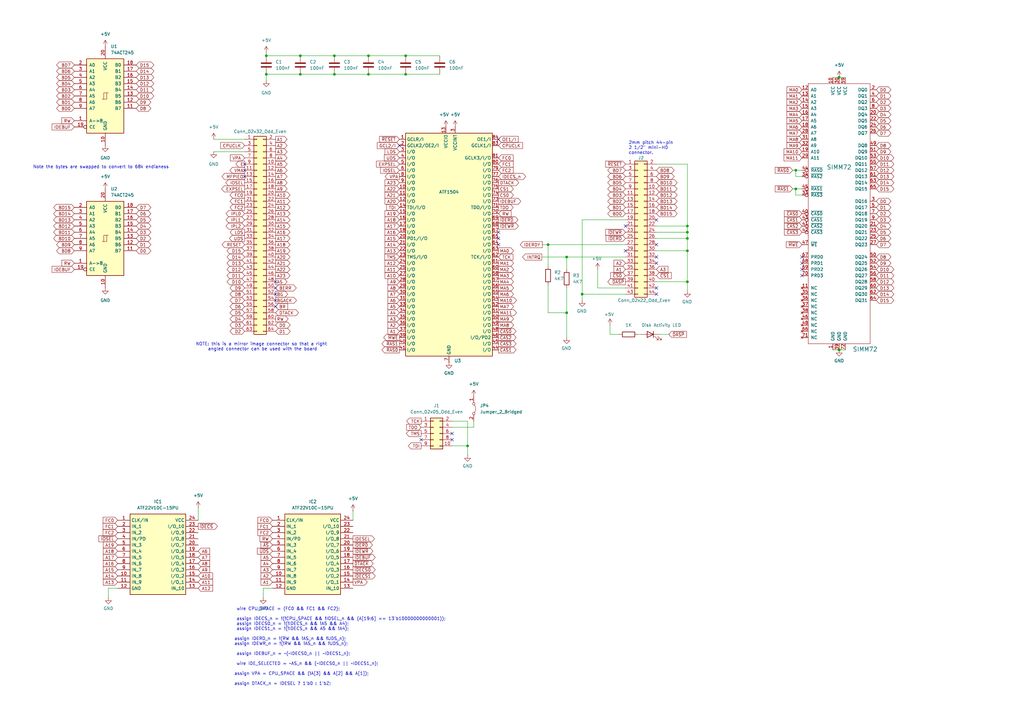
<source format=kicad_sch>
(kicad_sch (version 20231120) (generator "eeschema") (generator_version "8.0")
  (paper "A3")
  (title_block (title "ROSCO-IDE-DRAM") (date "2024-04-21") (company "Malcolm Harrow, MIT license, from work by Mark Murray"))
  (junction (at 232.41 105.41))
  (junction (at 166.37 22.86))
  (junction (at 123.19 30.48))
  (junction (at 281.94 102.87))
  (junction (at 109.22 30.48))
  (junction (at 123.19 22.86))
  (junction (at 232.41 128.27))
  (junction (at 344.17 143.51))
  (junction (at 224.79 100.33))
  (junction (at 151.13 22.86))
  (junction (at 326.39 77.47))
  (junction (at 109.22 22.86))
  (junction (at 137.16 30.48))
  (junction (at 281.94 115.57))
  (junction (at 281.94 97.79))
  (junction (at 281.94 92.71))
  (junction (at 166.37 30.48))
  (junction (at 191.77 182.88))
  (junction (at 326.39 69.85))
  (junction (at 137.16 22.86))
  (junction (at 344.17 31.75))
  (junction (at 238.76 120.65))
  (junction (at 151.13 30.48))
  (junction (at 281.94 95.25))
  (no_connect (at 163.83 59.69))
  (no_connect (at 269.24 120.65))
  (no_connect (at 269.24 105.41))
  (no_connect (at 100.33 67.31))
  (no_connect (at 204.47 97.79))
  (no_connect (at 113.03 123.19))
  (no_connect (at 328.93 107.95))
  (no_connect (at 269.24 118.11))
  (no_connect (at 256.54 92.71))
  (no_connect (at 204.47 100.33))
  (no_connect (at 113.03 115.57))
  (no_connect (at 269.24 107.95))
  (no_connect (at 172.72 180.34))
  (no_connect (at 256.54 102.87))
  (no_connect (at 113.03 118.11))
  (no_connect (at 100.33 72.39))
  (no_connect (at 204.47 95.25))
  (no_connect (at 328.93 105.41))
  (no_connect (at 100.33 69.85))
  (no_connect (at 113.03 125.73))
  (no_connect (at 185.42 180.34))
  (no_connect (at 269.24 100.33))
  (no_connect (at 269.24 90.17))
  (no_connect (at 328.93 110.49))
  (no_connect (at 185.42 177.8))
  (no_connect (at 113.03 120.65))
  (no_connect (at 328.93 113.03))
  (no_connect (at 204.47 57.15))
  (wire (pts (xy 44.45 241.3) (xy 48.26 241.3)))
  (wire (pts (xy 262.89 137.16) (xy 261.62 137.16)))
  (wire (pts (xy 341.63 31.75) (xy 344.17 31.75)))
  (wire (pts (xy 344.17 31.75) (xy 346.71 31.75)))
  (wire (pts (xy 269.24 95.25) (xy 281.94 95.25)))
  (wire (pts (xy 107.95 241.3) (xy 111.76 241.3)))
  (wire (pts (xy 326.39 80.01) (xy 328.93 80.01)))
  (wire (pts (xy 137.16 30.48) (xy 151.13 30.48)))
  (wire (pts (xy 281.94 97.79) (xy 281.94 102.87)))
  (wire (pts (xy 166.37 30.48) (xy 180.34 30.48)))
  (wire (pts (xy 281.94 92.71) (xy 281.94 67.31)))
  (wire (pts (xy 238.76 120.65) (xy 238.76 123.19)))
  (wire (pts (xy 281.94 115.57) (xy 281.94 119.38)))
  (wire (pts (xy 269.24 97.79) (xy 281.94 97.79)))
  (wire (pts (xy 328.93 77.47) (xy 326.39 77.47)))
  (wire (pts (xy 269.24 92.71) (xy 281.94 92.71)))
  (wire (pts (xy 109.22 21.59) (xy 109.22 22.86)))
  (wire (pts (xy 123.19 22.86) (xy 137.16 22.86)))
  (wire (pts (xy 256.54 120.65) (xy 238.76 120.65)))
  (wire (pts (xy 245.11 110.49) (xy 245.11 118.11)))
  (wire (pts (xy 281.94 95.25) (xy 281.94 92.71)))
  (wire (pts (xy 232.41 105.41) (xy 232.41 110.49)))
  (wire (pts (xy 269.24 102.87) (xy 281.94 102.87)))
  (wire (pts (xy 144.78 209.55) (xy 144.78 213.36)))
  (wire (pts (xy 325.12 69.85) (xy 326.39 69.85)))
  (wire (pts (xy 325.12 77.47) (xy 326.39 77.47)))
  (wire (pts (xy 326.39 77.47) (xy 326.39 80.01)))
  (wire (pts (xy 328.93 72.39) (xy 326.39 72.39)))
  (wire (pts (xy 151.13 30.48) (xy 166.37 30.48)))
  (wire (pts (xy 137.16 22.86) (xy 151.13 22.86)))
  (wire (pts (xy 269.24 115.57) (xy 281.94 115.57)))
  (wire (pts (xy 224.79 128.27) (xy 232.41 128.27)))
  (wire (pts (xy 245.11 118.11) (xy 256.54 118.11)))
  (wire (pts (xy 109.22 22.86) (xy 123.19 22.86)))
  (wire (pts (xy 194.31 175.26) (xy 185.42 175.26)))
  (wire (pts (xy 250.19 133.35) (xy 250.19 137.16)))
  (wire (pts (xy 151.13 22.86) (xy 166.37 22.86)))
  (wire (pts (xy 107.95 241.3) (xy 107.95 245.11)))
  (wire (pts (xy 344.17 143.51) (xy 346.71 143.51)))
  (wire (pts (xy 250.19 137.16) (xy 254 137.16)))
  (wire (pts (xy 232.41 128.27) (xy 232.41 138.43)))
  (wire (pts (xy 270.51 137.16) (xy 274.32 137.16)))
  (wire (pts (xy 281.94 67.31) (xy 269.24 67.31)))
  (wire (pts (xy 109.22 30.48) (xy 109.22 33.02)))
  (wire (pts (xy 281.94 115.57) (xy 281.94 102.87)))
  (wire (pts (xy 281.94 97.79) (xy 281.94 95.25)))
  (wire (pts (xy 232.41 105.41) (xy 256.54 105.41)))
  (wire (pts (xy 326.39 72.39) (xy 326.39 69.85)))
  (wire (pts (xy 232.41 118.11) (xy 232.41 128.27)))
  (wire (pts (xy 191.77 182.88) (xy 191.77 186.69)))
  (wire (pts (xy 194.31 172.72) (xy 194.31 175.26)))
  (wire (pts (xy 256.54 90.17) (xy 238.76 90.17)))
  (wire (pts (xy 100.33 62.23) (xy 87.63 62.23)))
  (wire (pts (xy 224.79 100.33) (xy 256.54 100.33)))
  (wire (pts (xy 191.77 172.72) (xy 191.77 182.88)))
  (wire (pts (xy 44.45 241.3) (xy 44.45 245.11)))
  (wire (pts (xy 100.33 57.15) (xy 87.63 57.15)))
  (wire (pts (xy 224.79 116.84) (xy 224.79 128.27)))
  (wire (pts (xy 224.79 100.33) (xy 224.79 109.22)))
  (wire (pts (xy 326.39 69.85) (xy 328.93 69.85)))
  (wire (pts (xy 238.76 90.17) (xy 238.76 120.65)))
  (wire (pts (xy 222.25 100.33) (xy 224.79 100.33)))
  (wire (pts (xy 341.63 143.51) (xy 344.17 143.51)))
  (wire (pts (xy 185.42 182.88) (xy 191.77 182.88)))
  (wire (pts (xy 222.25 105.41) (xy 232.41 105.41)))
  (wire (pts (xy 81.28 208.28) (xy 81.28 213.36)))
  (wire (pts (xy 123.19 30.48) (xy 137.16 30.48)))
  (wire (pts (xy 166.37 22.86) (xy 180.34 22.86)))
  (wire (pts (xy 109.22 30.48) (xy 123.19 30.48)))
  (wire (pts (xy 185.42 172.72) (xy 191.77 172.72)))
  (text "2mm pitch 44-pin\n2 1/2\" mini-HD\nconnector." (at 257.81 63.5 0) (effects (font (size 1.27 1.27)) (justify left bottom)))
  (text "NOTE: this is a mirror image connector so that a right \nangled connector can be used with the board" (at 107.696 142.24 0) (effects (font (size 1.27 1.27))))
  (text " 	wire CPU_SPACE = (FC0 && FC1 && FC2);\n    \n	assign IDECS_n = !(!CPU_SPACE && !IOSEL_n && (A[19:6] == 13'b10000000000001));\n	assign IDECS0_n = !(!IDECS_n && !A5 && A4);\n	assign IDECS1_n = !(!IDECS_n && A5 && !A4);\n \n    assign IDERD_n = !(RW && !AS_n && !UDS_n);\n    assign IDEWR_n = !(!RW && !AS_n && !UDS_n);\n    \n	assign IDEBUF_n = ~(~IDECS0_n || ~IDECS1_n);\n\n	wire IDE_SELECTED = ~AS_n && (~IDECS0_n || ~IDECS1_n);\n\n    assign VPA = CPU_SPACE && (!A[3] && A[2] && A[1]);\n\n    assign DTACK_n = IDESEL ? 1'b0 : 1'bZ;  " (at 92.202 265.176 0) (effects (font (size 1.27 1.27)) (justify left)))
  (text "Note the bytes are swapped to convert to 68k endianess" (at 41.402 68.58 0) (effects (font (size 1.27 1.27))))
  (global_label "GCL2{slash}I" (shape input) (at 163.83 59.69 180) (property "Intersheetrefs" "${INTERSHEET_REFS}" (effects (hide yes))))
  (global_label "D0" (shape bidirectional) (at 113.03 133.35 0) (property "Intersheetrefs" "${INTERSHEET_REFS}" (effects (hide yes))))
  (global_label "D1" (shape bidirectional) (at 359.41 39.37 0) (property "Intersheetrefs" "${INTERSHEET_REFS}" (effects (hide yes))))
  (global_label "FC2" (shape input) (at 204.47 69.85 0) (property "Intersheetrefs" "${INTERSHEET_REFS}" (effects (hide yes))))
  (global_label "A13" (shape input) (at 48.26 238.76 180) (property "Intersheetrefs" "${INTERSHEET_REFS}" (effects (hide yes))))
  (global_label "BD7" (shape bidirectional) (at 256.54 69.85 180) (property "Intersheetrefs" "${INTERSHEET_REFS}" (effects (hide yes))))
  (global_label "TCK" (shape output) (at 172.72 172.72 180) (property "Intersheetrefs" "${INTERSHEET_REFS}" (effects (hide yes))))
  (global_label "~{CS1}" (shape input) (at 269.24 113.03 0) (property "Intersheetrefs" "${INTERSHEET_REFS}" (effects (hide yes))))
  (global_label "D11" (shape bidirectional) (at 100.33 113.03 180) (property "Intersheetrefs" "${INTERSHEET_REFS}" (effects (hide yes))))
  (global_label "D14" (shape bidirectional) (at 100.33 105.41 180) (property "Intersheetrefs" "${INTERSHEET_REFS}" (effects (hide yes))))
  (global_label "A14" (shape input) (at 163.83 100.33 180) (property "Intersheetrefs" "${INTERSHEET_REFS}" (effects (hide yes))))
  (global_label "~{DASP}" (shape output) (at 256.54 115.57 180) (property "Intersheetrefs" "${INTERSHEET_REFS}" (effects (hide yes))))
  (global_label "MA5" (shape input) (at 328.93 49.53 180) (property "Intersheetrefs" "${INTERSHEET_REFS}" (effects (hide yes))))
  (global_label "BGACK" (shape output) (at 113.03 123.19 0) (property "Intersheetrefs" "${INTERSHEET_REFS}" (effects (hide yes))))
  (global_label "~{CAS2}" (shape input) (at 328.93 92.71 180) (property "Intersheetrefs" "${INTERSHEET_REFS}" (effects (hide yes))))
  (global_label "A10" (shape output) (at 113.03 80.01 0) (property "Intersheetrefs" "${INTERSHEET_REFS}" (effects (hide yes))))
  (global_label "BD3" (shape bidirectional) (at 256.54 80.01 180) (property "Intersheetrefs" "${INTERSHEET_REFS}" (effects (hide yes))))
  (global_label "FC1" (shape output) (at 100.33 82.55 180) (property "Intersheetrefs" "${INTERSHEET_REFS}" (effects (hide yes))))
  (global_label "RW" (shape input) (at 30.48 49.53 180) (property "Intersheetrefs" "${INTERSHEET_REFS}" (effects (hide yes))))
  (global_label "VPA" (shape output) (at 163.83 72.39 180) (property "Intersheetrefs" "${INTERSHEET_REFS}" (effects (hide yes))))
  (global_label "RW" (shape input) (at 30.48 107.95 180) (property "Intersheetrefs" "${INTERSHEET_REFS}" (effects (hide yes))))
  (global_label "A15" (shape input) (at 48.26 233.68 180) (property "Intersheetrefs" "${INTERSHEET_REFS}" (effects (hide yes))))
  (global_label "~{RAS1}" (shape input) (at 325.12 77.47 180) (property "Intersheetrefs" "${INTERSHEET_REFS}" (effects (hide yes))))
  (global_label "D12" (shape bidirectional) (at 359.41 115.57 0) (property "Intersheetrefs" "${INTERSHEET_REFS}" (effects (hide yes))))
  (global_label "BD5" (shape bidirectional) (at 30.48 31.75 180) (property "Intersheetrefs" "${INTERSHEET_REFS}" (effects (hide yes))))
  (global_label "TDO" (shape output) (at 204.47 85.09 0) (property "Intersheetrefs" "${INTERSHEET_REFS}" (effects (hide yes))))
  (global_label "A5" (shape output) (at 113.03 67.31 0) (property "Intersheetrefs" "${INTERSHEET_REFS}" (effects (hide yes))))
  (global_label "BD0" (shape bidirectional) (at 256.54 87.63 180) (property "Intersheetrefs" "${INTERSHEET_REFS}" (effects (hide yes))))
  (global_label "FC0" (shape input) (at 48.26 213.36 180) (property "Intersheetrefs" "${INTERSHEET_REFS}" (effects (hide yes))))
  (global_label "D3" (shape bidirectional) (at 100.33 133.35 180) (property "Intersheetrefs" "${INTERSHEET_REFS}" (effects (hide yes))))
  (global_label "A11" (shape input) (at 81.28 238.76 0) (property "Intersheetrefs" "${INTERSHEET_REFS}" (effects (hide yes))))
  (global_label "A1" (shape input) (at 163.83 135.89 180) (property "Intersheetrefs" "${INTERSHEET_REFS}" (effects (hide yes))))
  (global_label "A10" (shape input) (at 81.28 236.22 0) (property "Intersheetrefs" "${INTERSHEET_REFS}" (effects (hide yes))))
  (global_label "IOSEL" (shape output) (at 100.33 74.93 180) (property "Intersheetrefs" "${INTERSHEET_REFS}" (effects (hide yes))))
  (global_label "D3" (shape bidirectional) (at 359.41 44.45 0) (property "Intersheetrefs" "${INTERSHEET_REFS}" (effects (hide yes))))
  (global_label "BD9" (shape bidirectional) (at 30.48 100.33 180) (property "Intersheetrefs" "${INTERSHEET_REFS}" (effects (hide yes))))
  (global_label "A3" (shape input) (at 269.24 110.49 0) (property "Intersheetrefs" "${INTERSHEET_REFS}" (effects (hide yes))))
  (global_label "A8" (shape output) (at 113.03 74.93 0) (property "Intersheetrefs" "${INTERSHEET_REFS}" (effects (hide yes))))
  (global_label "IDEBUF" (shape input) (at 30.48 52.07 180) (property "Intersheetrefs" "${INTERSHEET_REFS}" (effects (hide yes))))
  (global_label "IPL0" (shape tri_state) (at 100.33 87.63 180) (property "Intersheetrefs" "${INTERSHEET_REFS}" (effects (hide yes))))
  (global_label "FC1" (shape input) (at 48.26 215.9 180) (property "Intersheetrefs" "${INTERSHEET_REFS}" (effects (hide yes))))
  (global_label "D0" (shape bidirectional) (at 55.88 102.87 0) (property "Intersheetrefs" "${INTERSHEET_REFS}" (effects (hide yes))))
  (global_label "CPUCLK" (shape input) (at 204.47 59.69 0) (property "Intersheetrefs" "${INTERSHEET_REFS}" (effects (hide yes))))
  (global_label "~{CAS3}" (shape input) (at 328.93 95.25 180) (property "Intersheetrefs" "${INTERSHEET_REFS}" (effects (hide yes))))
  (global_label "D12" (shape bidirectional) (at 55.88 34.29 0) (property "Intersheetrefs" "${INTERSHEET_REFS}" (effects (hide yes))))
  (global_label "A9" (shape output) (at 113.03 77.47 0) (property "Intersheetrefs" "${INTERSHEET_REFS}" (effects (hide yes))))
  (global_label "FC1" (shape input) (at 111.76 215.9 180) (property "Intersheetrefs" "${INTERSHEET_REFS}" (effects (hide yes))))
  (global_label "~{MWE}" (shape output) (at 163.83 138.43 180) (property "Intersheetrefs" "${INTERSHEET_REFS}" (effects (hide yes))))
  (global_label "A19" (shape input) (at 48.26 223.52 180) (property "Intersheetrefs" "${INTERSHEET_REFS}" (effects (hide yes))))
  (global_label "D9" (shape bidirectional) (at 55.88 41.91 0) (property "Intersheetrefs" "${INTERSHEET_REFS}" (effects (hide yes))))
  (global_label "A16" (shape output) (at 113.03 95.25 0) (property "Intersheetrefs" "${INTERSHEET_REFS}" (effects (hide yes))))
  (global_label "~{CAS3}" (shape output) (at 204.47 140.97 0) (property "Intersheetrefs" "${INTERSHEET_REFS}" (effects (hide yes))))
  (global_label "A17" (shape input) (at 163.83 92.71 180) (property "Intersheetrefs" "${INTERSHEET_REFS}" (effects (hide yes))))
  (global_label "BR" (shape input) (at 113.03 125.73 0) (property "Intersheetrefs" "${INTERSHEET_REFS}" (effects (hide yes))))
  (global_label "VPA" (shape output) (at 144.78 238.76 0) (property "Intersheetrefs" "${INTERSHEET_REFS}" (effects (hide yes))))
  (global_label "MA4" (shape input) (at 328.93 46.99 180) (property "Intersheetrefs" "${INTERSHEET_REFS}" (effects (hide yes))))
  (global_label "D6" (shape bidirectional) (at 100.33 125.73 180) (property "Intersheetrefs" "${INTERSHEET_REFS}" (effects (hide yes))))
  (global_label "VPA" (shape input) (at 100.33 64.77 180) (property "Intersheetrefs" "${INTERSHEET_REFS}" (effects (hide yes))))
  (global_label "~{IOSEL}" (shape input) (at 48.26 220.98 180) (property "Intersheetrefs" "${INTERSHEET_REFS}" (effects (hide yes))))
  (global_label "MA0" (shape output) (at 204.47 102.87 0) (property "Intersheetrefs" "${INTERSHEET_REFS}" (effects (hide yes))))
  (global_label "FC1" (shape input) (at 204.47 67.31 0) (property "Intersheetrefs" "${INTERSHEET_REFS}" (effects (hide yes))))
  (global_label "A1" (shape input) (at 256.54 110.49 180) (property "Intersheetrefs" "${INTERSHEET_REFS}" (effects (hide yes))))
  (global_label "D7" (shape bidirectional) (at 359.41 54.61 0) (property "Intersheetrefs" "${INTERSHEET_REFS}" (effects (hide yes))))
  (global_label "D12" (shape bidirectional) (at 359.41 69.85 0) (property "Intersheetrefs" "${INTERSHEET_REFS}" (effects (hide yes))))
  (global_label "D2" (shape bidirectional) (at 55.88 97.79 0) (property "Intersheetrefs" "${INTERSHEET_REFS}" (effects (hide yes))))
  (global_label "BD10" (shape bidirectional) (at 269.24 74.93 0) (property "Intersheetrefs" "${INTERSHEET_REFS}" (effects (hide yes))))
  (global_label "D11" (shape bidirectional) (at 359.41 67.31 0) (property "Intersheetrefs" "${INTERSHEET_REFS}" (effects (hide yes))))
  (global_label "D15" (shape bidirectional) (at 100.33 102.87 180) (property "Intersheetrefs" "${INTERSHEET_REFS}" (effects (hide yes))))
  (global_label "D14" (shape bidirectional) (at 359.41 120.65 0) (property "Intersheetrefs" "${INTERSHEET_REFS}" (effects (hide yes))))
  (global_label "BD3" (shape bidirectional) (at 30.48 36.83 180) (property "Intersheetrefs" "${INTERSHEET_REFS}" (effects (hide yes))))
  (global_label "~{RESET}" (shape input) (at 256.54 67.31 180) (property "Intersheetrefs" "${INTERSHEET_REFS}" (effects (hide yes))))
  (global_label "~{CS0}" (shape input) (at 256.54 113.03 180) (property "Intersheetrefs" "${INTERSHEET_REFS}" (effects (hide yes))))
  (global_label "A11" (shape input) (at 163.83 110.49 180) (property "Intersheetrefs" "${INTERSHEET_REFS}" (effects (hide yes))))
  (global_label "MA1" (shape output) (at 204.47 107.95 0) (property "Intersheetrefs" "${INTERSHEET_REFS}" (effects (hide yes))))
  (global_label "RESET" (shape bidirectional) (at 100.33 100.33 180) (property "Intersheetrefs" "${INTERSHEET_REFS}" (effects (hide yes))))
  (global_label "~{DASP}" (shape input) (at 274.32 137.16 0) (property "Intersheetrefs" "${INTERSHEET_REFS}" (effects (hide yes))))
  (global_label "LDS" (shape input) (at 163.83 62.23 180) (property "Intersheetrefs" "${INTERSHEET_REFS}" (effects (hide yes))))
  (global_label "IDEBUF" (shape input) (at 30.48 110.49 180) (property "Intersheetrefs" "${INTERSHEET_REFS}" (effects (hide yes))))
  (global_label "A20" (shape output) (at 113.03 105.41 0) (property "Intersheetrefs" "${INTERSHEET_REFS}" (effects (hide yes))))
  (global_label "D15" (shape bidirectional) (at 55.88 26.67 0) (property "Intersheetrefs" "${INTERSHEET_REFS}" (effects (hide yes))))
  (global_label "~{AS}" (shape input) (at 111.76 223.52 180) (property "Intersheetrefs" "${INTERSHEET_REFS}" (effects (hide yes))))
  (global_label "BG" (shape output) (at 113.03 120.65 0) (property "Intersheetrefs" "${INTERSHEET_REFS}" (effects (hide yes))))
  (global_label "D12" (shape bidirectional) (at 100.33 110.49 180) (property "Intersheetrefs" "${INTERSHEET_REFS}" (effects (hide yes))))
  (global_label "MA11" (shape input) (at 328.93 64.77 180) (property "Intersheetrefs" "${INTERSHEET_REFS}" (effects (hide yes))))
  (global_label "D8" (shape bidirectional) (at 359.41 59.69 0) (property "Intersheetrefs" "${INTERSHEET_REFS}" (effects (hide yes))))
  (global_label "MA6" (shape output) (at 204.47 120.65 0) (property "Intersheetrefs" "${INTERSHEET_REFS}" (effects (hide yes))))
  (global_label "D5" (shape bidirectional) (at 100.33 128.27 180) (property "Intersheetrefs" "${INTERSHEET_REFS}" (effects (hide yes))))
  (global_label "A1" (shape input) (at 111.76 238.76 180) (property "Intersheetrefs" "${INTERSHEET_REFS}" (effects (hide yes))))
  (global_label "D11" (shape bidirectional) (at 55.88 36.83 0) (property "Intersheetrefs" "${INTERSHEET_REFS}" (effects (hide yes))))
  (global_label "MA1" (shape input) (at 328.93 39.37 180) (property "Intersheetrefs" "${INTERSHEET_REFS}" (effects (hide yes))))
  (global_label "BD6" (shape bidirectional) (at 30.48 29.21 180) (property "Intersheetrefs" "${INTERSHEET_REFS}" (effects (hide yes))))
  (global_label "EXPSEL" (shape output) (at 100.33 77.47 180) (property "Intersheetrefs" "${INTERSHEET_REFS}" (effects (hide yes))))
  (global_label "CS1" (shape output) (at 204.47 77.47 0) (property "Intersheetrefs" "${INTERSHEET_REFS}" (effects (hide yes))))
  (global_label "MA7" (shape output) (at 204.47 125.73 0) (property "Intersheetrefs" "${INTERSHEET_REFS}" (effects (hide yes))))
  (global_label "BD4" (shape bidirectional) (at 30.48 34.29 180) (property "Intersheetrefs" "${INTERSHEET_REFS}" (effects (hide yes))))
  (global_label "A19" (shape output) (at 113.03 102.87 0) (property "Intersheetrefs" "${INTERSHEET_REFS}" (effects (hide yes))))
  (global_label "A5" (shape input) (at 111.76 228.6 180) (property "Intersheetrefs" "${INTERSHEET_REFS}" (effects (hide yes))))
  (global_label "A11" (shape output) (at 113.03 82.55 0) (property "Intersheetrefs" "${INTERSHEET_REFS}" (effects (hide yes))))
  (global_label "BD11" (shape bidirectional) (at 269.24 77.47 0) (property "Intersheetrefs" "${INTERSHEET_REFS}" (effects (hide yes))))
  (global_label "BD11" (shape bidirectional) (at 30.48 95.25 180) (property "Intersheetrefs" "${INTERSHEET_REFS}" (effects (hide yes))))
  (global_label "LDS" (shape output) (at 100.33 95.25 180) (property "Intersheetrefs" "${INTERSHEET_REFS}" (effects (hide yes))))
  (global_label "BD12" (shape bidirectional) (at 30.48 92.71 180) (property "Intersheetrefs" "${INTERSHEET_REFS}" (effects (hide yes))))
  (global_label "MA0" (shape input) (at 328.93 36.83 180) (property "Intersheetrefs" "${INTERSHEET_REFS}" (effects (hide yes))))
  (global_label "D1" (shape bidirectional) (at 359.41 85.09 0) (property "Intersheetrefs" "${INTERSHEET_REFS}" (effects (hide yes))))
  (global_label "A13" (shape input) (at 163.83 102.87 180) (property "Intersheetrefs" "${INTERSHEET_REFS}" (effects (hide yes))))
  (global_label "A3" (shape input) (at 111.76 233.68 180) (property "Intersheetrefs" "${INTERSHEET_REFS}" (effects (hide yes))))
  (global_label "A2" (shape input) (at 111.76 236.22 180) (property "Intersheetrefs" "${INTERSHEET_REFS}" (effects (hide yes))))
  (global_label "D7" (shape bidirectional) (at 359.41 100.33 0) (property "Intersheetrefs" "${INTERSHEET_REFS}" (effects (hide yes))))
  (global_label "A17" (shape input) (at 48.26 228.6 180) (property "Intersheetrefs" "${INTERSHEET_REFS}" (effects (hide yes))))
  (global_label "TDI" (shape input) (at 163.83 85.09 180) (property "Intersheetrefs" "${INTERSHEET_REFS}" (effects (hide yes))))
  (global_label "BD15" (shape bidirectional) (at 30.48 85.09 180) (property "Intersheetrefs" "${INTERSHEET_REFS}" (effects (hide yes))))
  (global_label "IDECS_n" (shape bidirectional) (at 204.47 72.39 0) (property "Intersheetrefs" "${INTERSHEET_REFS}" (effects (hide yes))))
  (global_label "~{UDS}" (shape input) (at 111.76 226.06 180) (property "Intersheetrefs" "${INTERSHEET_REFS}" (effects (hide yes))))
  (global_label "MA10" (shape output) (at 204.47 123.19 0) (property "Intersheetrefs" "${INTERSHEET_REFS}" (effects (hide yes))))
  (global_label "A15" (shape output) (at 113.03 92.71 0) (property "Intersheetrefs" "${INTERSHEET_REFS}" (effects (hide yes))))
  (global_label "BD1" (shape bidirectional) (at 30.48 41.91 180) (property "Intersheetrefs" "${INTERSHEET_REFS}" (effects (hide yes))))
  (global_label "OE1{slash}I" (shape input) (at 204.47 57.15 0) (property "Intersheetrefs" "${INTERSHEET_REFS}" (effects (hide yes))))
  (global_label "A3" (shape output) (at 113.03 62.23 0) (property "Intersheetrefs" "${INTERSHEET_REFS}" (effects (hide yes))))
  (global_label "UDS" (shape output) (at 100.33 97.79 180) (property "Intersheetrefs" "${INTERSHEET_REFS}" (effects (hide yes))))
  (global_label "RW" (shape input) (at 204.47 87.63 0) (property "Intersheetrefs" "${INTERSHEET_REFS}" (effects (hide yes))))
  (global_label "A14" (shape output) (at 113.03 90.17 0) (property "Intersheetrefs" "${INTERSHEET_REFS}" (effects (hide yes))))
  (global_label "MA10" (shape input) (at 328.93 62.23 180) (property "Intersheetrefs" "${INTERSHEET_REFS}" (effects (hide yes))))
  (global_label "UDS" (shape input) (at 163.83 64.77 180) (property "Intersheetrefs" "${INTERSHEET_REFS}" (effects (hide yes))))
  (global_label "~{MWE}" (shape input) (at 328.93 100.33 180) (property "Intersheetrefs" "${INTERSHEET_REFS}" (effects (hide yes))))
  (global_label "D10" (shape bidirectional) (at 359.41 110.49 0) (property "Intersheetrefs" "${INTERSHEET_REFS}" (effects (hide yes))))
  (global_label "INTRQ" (shape output) (at 222.25 105.41 180) (property "Intersheetrefs" "${INTERSHEET_REFS}" (effects (hide yes))))
  (global_label "A4" (shape input) (at 163.83 128.27 180) (property "Intersheetrefs" "${INTERSHEET_REFS}" (effects (hide yes))))
  (global_label "~{RAS0}" (shape input) (at 325.12 69.85 180) (property "Intersheetrefs" "${INTERSHEET_REFS}" (effects (hide yes))))
  (global_label "A16" (shape input) (at 48.26 231.14 180) (property "Intersheetrefs" "${INTERSHEET_REFS}" (effects (hide yes))))
  (global_label "TMS" (shape output) (at 172.72 177.8 180) (property "Intersheetrefs" "${INTERSHEET_REFS}" (effects (hide yes))))
  (global_label "A23" (shape input) (at 163.83 74.93 180) (property "Intersheetrefs" "${INTERSHEET_REFS}" (effects (hide yes))))
  (global_label "MA4" (shape output) (at 204.47 115.57 0) (property "Intersheetrefs" "${INTERSHEET_REFS}" (effects (hide yes))))
  (global_label "D0" (shape bidirectional) (at 359.41 36.83 0) (property "Intersheetrefs" "${INTERSHEET_REFS}" (effects (hide yes))))
  (global_label "MA8" (shape output) (at 204.47 133.35 0) (property "Intersheetrefs" "${INTERSHEET_REFS}" (effects (hide yes))))
  (global_label "MA3" (shape input) (at 328.93 44.45 180) (property "Intersheetrefs" "${INTERSHEET_REFS}" (effects (hide yes))))
  (global_label "~{IDERD}" (shape output) (at 144.78 223.52 0) (property "Intersheetrefs" "${INTERSHEET_REFS}" (effects (hide yes))))
  (global_label "IOSEL" (shape input) (at 163.83 69.85 180) (property "Intersheetrefs" "${INTERSHEET_REFS}" (effects (hide yes))))
  (global_label "MA11" (shape output) (at 204.47 128.27 0) (property "Intersheetrefs" "${INTERSHEET_REFS}" (effects (hide yes))))
  (global_label "BD2" (shape bidirectional) (at 30.48 39.37 180) (property "Intersheetrefs" "${INTERSHEET_REFS}" (effects (hide yes))))
  (global_label "D15" (shape bidirectional) (at 359.41 77.47 0) (property "Intersheetrefs" "${INTERSHEET_REFS}" (effects (hide yes))))
  (global_label "BD14" (shape bidirectional) (at 269.24 85.09 0) (property "Intersheetrefs" "${INTERSHEET_REFS}" (effects (hide yes))))
  (global_label "D2" (shape bidirectional) (at 359.41 87.63 0) (property "Intersheetrefs" "${INTERSHEET_REFS}" (effects (hide yes))))
  (global_label "D4" (shape bidirectional) (at 55.88 92.71 0) (property "Intersheetrefs" "${INTERSHEET_REFS}" (effects (hide yes))))
  (global_label "D1" (shape bidirectional) (at 55.88 100.33 0) (property "Intersheetrefs" "${INTERSHEET_REFS}" (effects (hide yes))))
  (global_label "~{DTACK}" (shape output) (at 144.78 231.14 0) (property "Intersheetrefs" "${INTERSHEET_REFS}" (effects (hide yes))))
  (global_label "D7" (shape bidirectional) (at 55.88 85.09 0) (property "Intersheetrefs" "${INTERSHEET_REFS}" (effects (hide yes))))
  (global_label "D3" (shape bidirectional) (at 55.88 95.25 0) (property "Intersheetrefs" "${INTERSHEET_REFS}" (effects (hide yes))))
  (global_label "A12" (shape output) (at 113.03 85.09 0) (property "Intersheetrefs" "${INTERSHEET_REFS}" (effects (hide yes))))
  (global_label "MA3" (shape output) (at 204.47 113.03 0) (property "Intersheetrefs" "${INTERSHEET_REFS}" (effects (hide yes))))
  (global_label "D8" (shape bidirectional) (at 359.41 105.41 0) (property "Intersheetrefs" "${INTERSHEET_REFS}" (effects (hide yes))))
  (global_label "~{IDERD}" (shape input) (at 256.54 97.79 180) (property "Intersheetrefs" "${INTERSHEET_REFS}" (effects (hide yes))))
  (global_label "CPUCLK" (shape input) (at 100.33 59.69 180) (property "Intersheetrefs" "${INTERSHEET_REFS}" (effects (hide yes))))
  (global_label "TDO" (shape input) (at 172.72 175.26 180) (property "Intersheetrefs" "${INTERSHEET_REFS}" (effects (hide yes))))
  (global_label "A4" (shape output) (at 113.03 64.77 0) (property "Intersheetrefs" "${INTERSHEET_REFS}" (effects (hide yes))))
  (global_label "BD10" (shape bidirectional) (at 30.48 97.79 180) (property "Intersheetrefs" "${INTERSHEET_REFS}" (effects (hide yes))))
  (global_label "D7" (shape bidirectional) (at 100.33 123.19 180) (property "Intersheetrefs" "${INTERSHEET_REFS}" (effects (hide yes))))
  (global_label "~{RESET}" (shape input) (at 163.83 57.15 180) (property "Intersheetrefs" "${INTERSHEET_REFS}" (effects (hide yes))))
  (global_label "A22" (shape output) (at 113.03 110.49 0) (property "Intersheetrefs" "${INTERSHEET_REFS}" (effects (hide yes))))
  (global_label "A17" (shape output) (at 113.03 97.79 0) (property "Intersheetrefs" "${INTERSHEET_REFS}" (effects (hide yes))))
  (global_label "MA2" (shape output) (at 204.47 110.49 0) (property "Intersheetrefs" "${INTERSHEET_REFS}" (effects (hide yes))))
  (global_label "~{CAS0}" (shape input) (at 328.93 87.63 180) (property "Intersheetrefs" "${INTERSHEET_REFS}" (effects (hide yes))))
  (global_label "~{IDEWR}" (shape output) (at 204.47 92.71 0) (property "Intersheetrefs" "${INTERSHEET_REFS}" (effects (hide yes))))
  (global_label "AS" (shape output) (at 113.03 115.57 0) (property "Intersheetrefs" "${INTERSHEET_REFS}" (effects (hide yes))))
  (global_label "FC2" (shape input) (at 111.76 218.44 180) (property "Intersheetrefs" "${INTERSHEET_REFS}" (effects (hide yes))))
  (global_label "A16" (shape input) (at 163.83 95.25 180) (property "Intersheetrefs" "${INTERSHEET_REFS}" (effects (hide yes))))
  (global_label "A12" (shape input) (at 81.28 241.3 0) (property "Intersheetrefs" "${INTERSHEET_REFS}" (effects (hide yes))))
  (global_label "A14" (shape input) (at 48.26 236.22 180) (property "Intersheetrefs" "${INTERSHEET_REFS}" (effects (hide yes))))
  (global_label "D5" (shape bidirectional) (at 55.88 90.17 0) (property "Intersheetrefs" "${INTERSHEET_REFS}" (effects (hide yes))))
  (global_label "BD15" (shape bidirectional) (at 269.24 87.63 0) (property "Intersheetrefs" "${INTERSHEET_REFS}" (effects (hide yes))))
  (global_label "A9" (shape input) (at 81.28 233.68 0) (property "Intersheetrefs" "${INTERSHEET_REFS}" (effects (hide yes))))
  (global_label "A6" (shape output) (at 113.03 69.85 0) (property "Intersheetrefs" "${INTERSHEET_REFS}" (effects (hide yes))))
  (global_label "~{IDECS0}" (shape output) (at 144.78 233.68 0) (property "Intersheetrefs" "${INTERSHEET_REFS}" (effects (hide yes))))
  (global_label "D13" (shape bidirectional) (at 359.41 72.39 0) (property "Intersheetrefs" "${INTERSHEET_REFS}" (effects (hide yes))))
  (global_label "A7" (shape input) (at 81.28 228.6 0) (property "Intersheetrefs" "${INTERSHEET_REFS}" (effects (hide yes))))
  (global_label "A5" (shape input) (at 163.83 125.73 180) (property "Intersheetrefs" "${INTERSHEET_REFS}" (effects (hide yes))))
  (global_label "BD8" (shape bidirectional) (at 269.24 69.85 0) (property "Intersheetrefs" "${INTERSHEET_REFS}" (effects (hide yes))))
  (global_label "VMA" (shape output) (at 100.33 69.85 180) (property "Intersheetrefs" "${INTERSHEET_REFS}" (effects (hide yes))))
  (global_label "D13" (shape bidirectional) (at 55.88 31.75 0) (property "Intersheetrefs" "${INTERSHEET_REFS}" (effects (hide yes))))
  (global_label "A2" (shape input) (at 256.54 107.95 180) (property "Intersheetrefs" "${INTERSHEET_REFS}" (effects (hide yes))))
  (global_label "A3" (shape input) (at 163.83 130.81 180) (property "Intersheetrefs" "${INTERSHEET_REFS}" (effects (hide yes))))
  (global_label "BD9" (shape bidirectional) (at 269.24 72.39 0) (property "Intersheetrefs" "${INTERSHEET_REFS}" (effects (hide yes))))
  (global_label "CS0" (shape output) (at 204.47 80.01 0) (property "Intersheetrefs" "${INTERSHEET_REFS}" (effects (hide yes))))
  (global_label "A15" (shape input) (at 163.83 97.79 180) (property "Intersheetrefs" "${INTERSHEET_REFS}" (effects (hide yes))))
  (global_label "~{IDERD}" (shape output) (at 204.47 90.17 0) (property "Intersheetrefs" "${INTERSHEET_REFS}" (effects (hide yes))))
  (global_label "RW" (shape output) (at 113.03 130.81 0) (property "Intersheetrefs" "${INTERSHEET_REFS}" (effects (hide yes))))
  (global_label "D3" (shape bidirectional) (at 359.41 90.17 0) (property "Intersheetrefs" "${INTERSHEET_REFS}" (effects (hide yes))))
  (global_label "MA2" (shape input) (at 328.93 41.91 180) (property "Intersheetrefs" "${INTERSHEET_REFS}" (effects (hide yes))))
  (global_label "BD4" (shape bidirectional) (at 256.54 77.47 180) (property "Intersheetrefs" "${INTERSHEET_REFS}" (effects (hide yes))))
  (global_label "E" (shape output) (at 100.33 67.31 180) (property "Intersheetrefs" "${INTERSHEET_REFS}" (effects (hide yes))))
  (global_label "~{IDECS1}" (shape output) (at 144.78 236.22 0) (property "Intersheetrefs" "${INTERSHEET_REFS}" (effects (hide yes))))
  (global_label "BD13" (shape bidirectional) (at 30.48 90.17 180) (property "Intersheetrefs" "${INTERSHEET_REFS}" (effects (hide yes))))
  (global_label "D10" (shape bidirectional) (at 100.33 115.57 180) (property "Intersheetrefs" "${INTERSHEET_REFS}" (effects (hide yes))))
  (global_label "TMS" (shape input) (at 163.83 105.41 180) (property "Intersheetrefs" "${INTERSHEET_REFS}" (effects (hide yes))))
  (global_label "TDI" (shape output) (at 172.72 182.88 180) (property "Intersheetrefs" "${INTERSHEET_REFS}" (effects (hide yes))))
  (global_label "A2" (shape input) (at 163.83 133.35 180) (property "Intersheetrefs" "${INTERSHEET_REFS}" (effects (hide yes))))
  (global_label "A2" (shape output) (at 113.03 59.69 0) (property "Intersheetrefs" "${INTERSHEET_REFS}" (effects (hide yes))))
  (global_label "A9" (shape input) (at 163.83 115.57 180) (property "Intersheetrefs" "${INTERSHEET_REFS}" (effects (hide yes))))
  (global_label "MA7" (shape input) (at 328.93 54.61 180) (property "Intersheetrefs" "${INTERSHEET_REFS}" (effects (hide yes))))
  (global_label "~{IDECS}" (shape output) (at 81.28 215.9 0) (property "Intersheetrefs" "${INTERSHEET_REFS}" (effects (hide yes))))
  (global_label "~{CAS2}" (shape output) (at 204.47 138.43 0) (property "Intersheetrefs" "${INTERSHEET_REFS}" (effects (hide yes))))
  (global_label "DTACK" (shape bidirectional) (at 113.03 128.27 0) (property "Intersheetrefs" "${INTERSHEET_REFS}" (effects (hide yes))))
  (global_label "A6" (shape input) (at 163.83 123.19 180) (property "Intersheetrefs" "${INTERSHEET_REFS}" (effects (hide yes))))
  (global_label "FC0" (shape input) (at 111.76 213.36 180) (property "Intersheetrefs" "${INTERSHEET_REFS}" (effects (hide yes))))
  (global_label "BD1" (shape bidirectional) (at 256.54 85.09 180) (property "Intersheetrefs" "${INTERSHEET_REFS}" (effects (hide yes))))
  (global_label "~{RAS1}" (shape output) (at 163.83 140.97 180) (property "Intersheetrefs" "${INTERSHEET_REFS}" (effects (hide yes))))
  (global_label "A13" (shape output) (at 113.03 87.63 0) (property "Intersheetrefs" "${INTERSHEET_REFS}" (effects (hide yes))))
  (global_label "BD12" (shape bidirectional) (at 269.24 80.01 0) (property "Intersheetrefs" "${INTERSHEET_REFS}" (effects (hide yes))))
  (global_label "D14" (shape bidirectional) (at 55.88 29.21 0) (property "Intersheetrefs" "${INTERSHEET_REFS}" (effects (hide yes))))
  (global_label "TCK" (shape input) (at 204.47 105.41 0) (property "Intersheetrefs" "${INTERSHEET_REFS}" (effects (hide yes))))
  (global_label "A22" (shape input) (at 163.83 77.47 180) (property "Intersheetrefs" "${INTERSHEET_REFS}" (effects (hide yes))))
  (global_label "A12" (shape input) (at 163.83 107.95 180) (property "Intersheetrefs" "${INTERSHEET_REFS}" (effects (hide yes))))
  (global_label "A8" (shape input) (at 163.83 118.11 180) (property "Intersheetrefs" "${INTERSHEET_REFS}" (effects (hide yes))))
  (global_label "D6" (shape bidirectional) (at 359.41 52.07 0) (property "Intersheetrefs" "${INTERSHEET_REFS}" (effects (hide yes))))
  (global_label "BD5" (shape bidirectional) (at 256.54 74.93 180) (property "Intersheetrefs" "${INTERSHEET_REFS}" (effects (hide yes))))
  (global_label "D14" (shape bidirectional) (at 359.41 74.93 0) (property "Intersheetrefs" "${INTERSHEET_REFS}" (effects (hide yes))))
  (global_label "BD7" (shape bidirectional) (at 30.48 26.67 180) (property "Intersheetrefs" "${INTERSHEET_REFS}" (effects (hide yes))))
  (global_label "A18" (shape input) (at 163.83 90.17 180) (property "Intersheetrefs" "${INTERSHEET_REFS}" (effects (hide yes))))
  (global_label "IDEBUF" (shape output) (at 204.47 82.55 0) (property "Intersheetrefs" "${INTERSHEET_REFS}" (effects (hide yes))))
  (global_label "D10" (shape bidirectional) (at 55.88 39.37 0) (property "Intersheetrefs" "${INTERSHEET_REFS}" (effects (hide yes))))
  (global_label "A4" (shape input) (at 111.76 231.14 180) (property "Intersheetrefs" "${INTERSHEET_REFS}" (effects (hide yes))))
  (global_label "BD14" (shape bidirectional) (at 30.48 87.63 180) (property "Intersheetrefs" "${INTERSHEET_REFS}" (effects (hide yes))))
  (global_label "MA9" (shape output) (at 204.47 130.81 0) (property "Intersheetrefs" "${INTERSHEET_REFS}" (effects (hide yes))))
  (global_label "~{IDEWR}" (shape input) (at 256.54 95.25 180) (property "Intersheetrefs" "${INTERSHEET_REFS}" (effects (hide yes))))
  (global_label "MA8" (shape input) (at 328.93 57.15 180) (property "Intersheetrefs" "${INTERSHEET_REFS}" (effects (hide yes))))
  (global_label "A18" (shape input) (at 48.26 226.06 180) (property "Intersheetrefs" "${INTERSHEET_REFS}" (effects (hide yes))))
  (global_label "D15" (shape bidirectional) (at 359.41 123.19 0) (property "Intersheetrefs" "${INTERSHEET_REFS}" (effects (hide yes))))
  (global_label "D4" (shape bidirectional) (at 359.41 92.71 0) (property "Intersheetrefs" "${INTERSHEET_REFS}" (effects (hide yes))))
  (global_label "A7" (shape output) (at 113.03 72.39 0) (property "Intersheetrefs" "${INTERSHEET_REFS}" (effects (hide yes))))
  (global_label "BD0" (shape bidirectional) (at 30.48 44.45 180) (property "Intersheetrefs" "${INTERSHEET_REFS}" (effects (hide yes))))
  (global_label "EXPSEL" (shape input) (at 163.83 67.31 180) (property "Intersheetrefs" "${INTERSHEET_REFS}" (effects (hide yes))))
  (global_label "BD8" (shape bidirectional) (at 30.48 102.87 180) (property "Intersheetrefs" "${INTERSHEET_REFS}" (effects (hide yes))))
  (global_label "D2" (shape bidirectional) (at 100.33 135.89 180) (property "Intersheetrefs" "${INTERSHEET_REFS}" (effects (hide yes))))
  (global_label "RW" (shape input) (at 111.76 220.98 180) (property "Intersheetrefs" "${INTERSHEET_REFS}" (effects (hide yes))))
  (global_label "D4" (shape bidirectional) (at 359.41 46.99 0) (property "Intersheetrefs" "${INTERSHEET_REFS}" (effects (hide yes))))
  (global_label "MFPIEO" (shape output) (at 100.33 72.39 180) (property "Intersheetrefs" "${INTERSHEET_REFS}" (effects (hide yes))))
  (global_label "MA9" (shape input) (at 328.93 59.69 180) (property "Intersheetrefs" "${INTERSHEET_REFS}" (effects (hide yes))))
  (global_label "D4" (shape bidirectional) (at 100.33 130.81 180) (property "Intersheetrefs" "${INTERSHEET_REFS}" (effects (hide yes))))
  (global_label "D11" (shape bidirectional) (at 359.41 113.03 0) (property "Intersheetrefs" "${INTERSHEET_REFS}" (effects (hide yes))))
  (global_label "A21" (shape output) (at 113.03 107.95 0) (property "Intersheetrefs" "${INTERSHEET_REFS}" (effects (hide yes))))
  (global_label "~{CAS1}" (shape input) (at 328.93 90.17 180) (property "Intersheetrefs" "${INTERSHEET_REFS}" (effects (hide yes))))
  (global_label "IPL2" (shape tri_state) (at 100.33 92.71 180) (property "Intersheetrefs" "${INTERSHEET_REFS}" (effects (hide yes))))
  (global_label "FC2" (shape input) (at 48.26 218.44 180) (property "Intersheetrefs" "${INTERSHEET_REFS}" (effects (hide yes))))
  (global_label "MA6" (shape input) (at 328.93 52.07 180) (property "Intersheetrefs" "${INTERSHEET_REFS}" (effects (hide yes))))
  (global_label "~{IDEWR}" (shape output) (at 144.78 226.06 0) (property "Intersheetrefs" "${INTERSHEET_REFS}" (effects (hide yes))))
  (global_label "D9" (shape bidirectional) (at 100.33 118.11 180) (property "Intersheetrefs" "${INTERSHEET_REFS}" (effects (hide yes))))
  (global_label "D9" (shape bidirectional) (at 359.41 107.95 0) (property "Intersheetrefs" "${INTERSHEET_REFS}" (effects (hide yes))))
  (global_label "BERR" (shape bidirectional) (at 113.03 118.11 0) (property "Intersheetrefs" "${INTERSHEET_REFS}" (effects (hide yes))))
  (global_label "D1" (shape bidirectional) (at 113.03 135.89 0) (property "Intersheetrefs" "${INTERSHEET_REFS}" (effects (hide yes))))
  (global_label "FC2" (shape output) (at 100.33 85.09 180) (property "Intersheetrefs" "${INTERSHEET_REFS}" (effects (hide yes))))
  (global_label "D10" (shape bidirectional) (at 359.41 64.77 0) (property "Intersheetrefs" "${INTERSHEET_REFS}" (effects (hide yes))))
  (global_label "A7" (shape input) (at 163.83 120.65 180) (property "Intersheetrefs" "${INTERSHEET_REFS}" (effects (hide yes))))
  (global_label "~{CAS1}" (shape output) (at 204.47 143.51 0) (property "Intersheetrefs" "${INTERSHEET_REFS}" (effects (hide yes))))
  (global_label "BD6" (shape bidirectional) (at 256.54 72.39 180) (property "Intersheetrefs" "${INTERSHEET_REFS}" (effects (hide yes))))
  (global_label "D0" (shape bidirectional) (at 359.41 82.55 0) (property "Intersheetrefs" "${INTERSHEET_REFS}" (effects (hide yes))))
  (global_label "A10" (shape input) (at 163.83 113.03 180) (property "Intersheetrefs" "${INTERSHEET_REFS}" (effects (hide yes))))
  (global_label "BD2" (shape bidirectional) (at 256.54 82.55 180) (property "Intersheetrefs" "${INTERSHEET_REFS}" (effects (hide yes))))
  (global_label "D6" (shape bidirectional) (at 55.88 87.63 0) (property "Intersheetrefs" "${INTERSHEET_REFS}" (effects (hide yes))))
  (global_label "~{RAS0}" (shape output) (at 163.83 143.51 180) (property "Intersheetrefs" "${INTERSHEET_REFS}" (effects (hide yes))))
  (global_label "FC0" (shape input) (at 204.47 64.77 0) (property "Intersheetrefs" "${INTERSHEET_REFS}" (effects (hide yes))))
  (global_label "A20" (shape input) (at 163.83 82.55 180) (property "Intersheetrefs" "${INTERSHEET_REFS}" (effects (hide yes))))
  (global_label "D6" (shape bidirectional) (at 359.41 97.79 0) (property "Intersheetrefs" "${INTERSHEET_REFS}" (effects (hide yes))))
  (global_label "D13" (shape bidirectional) (at 359.41 118.11 0) (property "Intersheetrefs" "${INTERSHEET_REFS}" (effects (hide yes))))
  (global_label "D8" (shape bidirectional) (at 100.33 120.65 180) (property "Intersheetrefs" "${INTERSHEET_REFS}" (effects (hide yes))))
  (global_label "~{IDEBUF}" (shape output) (at 144.78 228.6 0) (property "Intersheetrefs" "${INTERSHEET_REFS}" (effects (hide yes))))
  (global_label "A8" (shape input) (at 81.28 231.14 0) (property "Intersheetrefs" "${INTERSHEET_REFS}" (effects (hide yes))))
  (global_label "BD13" (shape bidirectional) (at 269.24 82.55 0) (property "Intersheetrefs" "${INTERSHEET_REFS}" (effects (hide yes))))
  (global_label "A6" (shape input) (at 81.28 226.06 0) (property "Intersheetrefs" "${INTERSHEET_REFS}" (effects (hide yes))))
  (global_label "IDERDY" (shape input) (at 213.36 100.33 0) (property "Intersheetrefs" "${INTERSHEET_REFS}" (effects (hide yes))))
  (global_label "A1" (shape output) (at 113.03 57.15 0) (property "Intersheetrefs" "${INTERSHEET_REFS}" (effects (hide yes))))
  (global_label "D2" (shape bidirectional) (at 359.41 41.91 0) (property "Intersheetrefs" "${INTERSHEET_REFS}" (effects (hide yes))))
  (global_label "MA5" (shape output) (at 204.47 118.11 0) (property "Intersheetrefs" "${INTERSHEET_REFS}" (effects (hide yes))))
  (global_label "D8" (shape bidirectional) (at 55.88 44.45 0) (property "Intersheetrefs" "${INTERSHEET_REFS}" (effects (hide yes))))
  (global_label "DTACK" (shape output) (at 204.47 74.93 0) (property "Intersheetrefs" "${INTERSHEET_REFS}" (effects (hide yes))))
  (global_label "D5" (shape bidirectional) (at 359.41 95.25 0) (property "Intersheetrefs" "${INTERSHEET_REFS}" (effects (hide yes))))
  (global_label "D13" (shape bidirectional) (at 100.33 107.95 180) (property "Intersheetrefs" "${INTERSHEET_REFS}" (effects (hide yes))))
  (global_label "D9" (shape bidirectional) (at 359.41 62.23 0) (property "Intersheetrefs" "${INTERSHEET_REFS}" (effects (hide yes))))
  (global_label "A23" (shape output) (at 113.03 113.03 0) (property "Intersheetrefs" "${INTERSHEET_REFS}" (effects (hide yes))))
  (global_label "IDESEL" (shape output) (at 144.78 220.98 0) (property "Intersheetrefs" "${INTERSHEET_REFS}" (effects (hide yes))))
  (global_label "FC0" (shape output) (at 100.33 80.01 180) (property "Intersheetrefs" "${INTERSHEET_REFS}" (effects (hide yes))))
  (global_label "~{CAS0}" (shape output) (at 204.47 135.89 0) (property "Intersheetrefs" "${INTERSHEET_REFS}" (effects (hide yes))))
  (global_label "A21" (shape input) (at 163.83 80.01 180) (property "Intersheetrefs" "${INTERSHEET_REFS}" (effects (hide yes))))
  (global_label "IPL1" (shape tri_state) (at 100.33 90.17 180) (property "Intersheetrefs" "${INTERSHEET_REFS}" (effects (hide yes))))
  (global_label "A19" (shape input) (at 163.83 87.63 180) (property "Intersheetrefs" "${INTERSHEET_REFS}" (effects (hide yes))))
  (global_label "A18" (shape output) (at 113.03 100.33 0) (property "Intersheetrefs" "${INTERSHEET_REFS}" (effects (hide yes))))
  (global_label "D5" (shape bidirectional) (at 359.41 49.53 0) (property "Intersheetrefs" "${INTERSHEET_REFS}" (effects (hide yes))))
  (symbol (lib_id "Device:LED") (at 266.7 137.16 0) (mirror y) (unit 1)
    (property "Reference" "D1" (effects (hide yes)))
    (property "Value" "Disk Activity LED" (at 271.272 133.35 0))
    (property "Footprint" "LED_THT:LED_D5.0mm" (effects (hide yes)))
    (property "Description" "Light emitting diode" (effects (hide yes)))
    (property "LCSC" "C2297" (effects (hide yes)))
    (property "JLC" "0805" (effects (hide yes)))
  )
  (symbol (lib_id "Device:R") (at 224.79 113.03 0) (unit 1)
    (property "Reference" "R2" (at 227.33 111.7599 0) (effects (justify left)))
    (property "Value" "4K7" (at 227.33 114.2999 0) (effects (justify left)))
    (property "Footprint" "Resistor_THT:R_Axial_DIN0207_L6.3mm_D2.5mm_P7.62mm_Horizontal" (effects (hide yes)))
    (property "Description" "Resistor" (effects (hide yes)))
  )
  (symbol (lib_id "power:+5V") (at 194.31 162.56 0) (unit 1)
    (property "Reference" "#PWR018" (effects (hide yes)))
    (property "Value" "+5V" (at 194.31 157.48 0))
    (property "Description" "Power symbol creates a global label with name \"+5V\"" (effects (hide yes)))
  )
  (symbol (lib_id "power:+5V") (at 144.78 209.55 0) (mirror y) (unit 1)
    (property "Reference" "#PWR024" (effects (hide yes)))
    (property "Value" "+5V" (at 144.78 204.47 0))
    (property "Description" "Power symbol creates a global label with name \"+5V\"" (effects (hide yes)))
  )
  (symbol (lib_id "ATF22V10:ATF22V10C-15PU") (at 48.26 213.36 0) (unit 1)
    (property "Reference" "IC1" (at 64.77 205.74 0))
    (property "Value" "ATF22V10C-15PU" (at 64.77 208.28 0))
    (property "Footprint" "Package_DIP:DIP-24_18.0mmx34.29mm_W15.24mm_LongPads" (effects (hide yes)))
    (property "Datasheet" "http://ww1.microchip.com/downloads/en/DeviceDoc/doc0735.pdf" (effects (hide yes)))
    (property "Description" "Microchip ATF22V10C-15PU, SPLD Simple Programmable Logic Device" (effects (hide yes)))
    (property "Height" "5.334" (effects (hide yes)))
    (property "Mouser Part Number" "556-AF22V10C15PU" (effects (hide yes)))
    (property "Mouser Price/Stock" "https://www.mouser.co.uk/ProductDetail/Microchip-Technology/ATF22V10C-15PU?qs=2mdvTlUeTfCr46ZvfjTtAg%3D%3D" (effects (hide yes)))
    (property "Manufacturer_Name" "Microchip" (effects (hide yes)))
    (property "Manufacturer_Part_Number" "ATF22V10C-15PU" (effects (hide yes)))
  )
  (symbol (lib_id "Device:C") (at 123.19 26.67 0) (unit 1)
    (property "Reference" "C2" (at 127 25.3999 0) (effects (justify left)))
    (property "Value" "100nF" (at 127 27.9399 0) (effects (justify left)))
    (property "Footprint" "Capacitor_THT:C_Disc_D5.0mm_W2.5mm_P2.50mm" (effects (hide yes)))
    (property "Description" "Unpolarized capacitor" (effects (hide yes)))
    (property "JLC" "0805" (effects (hide yes)))
    (property "LCSC" "C49678" (effects (hide yes)))
  )
  (symbol (lib_id "ata-ide-rescue:+5V-power") (at 245.11 110.49 0) (mirror y) (unit 1)
    (property "Reference" "#PWR016" (effects (hide yes)))
    (property "Value" "+5V" (at 244.729 106.0958 0))
  )
  (symbol (lib_id "ata-ide-rescue:GND-power") (at 281.94 119.38 0) (mirror y) (unit 1)
    (property "Reference" "#PWR021" (effects (hide yes)))
    (property "Value" "GND" (at 281.813 123.7742 0))
  )
  (symbol (lib_id "power:GND") (at 107.95 245.11 0) (unit 1)
    (property "Reference" "#PWR014" (effects (hide yes)))
    (property "Value" "GND" (at 107.95 249.555 0))
  )
  (symbol (lib_id "power:+5V") (at 182.88 52.07 0) (unit 1)
    (property "Reference" "#PWR019" (effects (hide yes)))
    (property "Value" "+5V" (at 182.118 46.99 0))
    (property "Description" "Power symbol creates a global label with name \"+5V\"" (effects (hide yes)))
  )
  (symbol (lib_id "power:+5V") (at 43.18 77.47 0) (unit 1)
    (property "Reference" "#PWR01" (effects (hide yes)))
    (property "Value" "+5V" (at 43.18 72.39 0))
    (property "Description" "Power symbol creates a global label with name \"+5V\"" (effects (hide yes)))
  )
  (symbol (lib_id "power:+5V") (at 186.69 52.07 0) (unit 1)
    (property "Reference" "#PWR020" (effects (hide yes)))
    (property "Value" "+5V" (at 186.69 46.99 0))
    (property "Description" "Power symbol creates a global label with name \"+5V\"" (effects (hide yes)))
  )
  (symbol (lib_id "power:+5V") (at 43.18 19.05 0) (unit 1)
    (property "Reference" "#PWR03" (effects (hide yes)))
    (property "Value" "+5V" (at 43.18 13.97 0))
    (property "Description" "Power symbol creates a global label with name \"+5V\"" (effects (hide yes)))
  )
  (symbol (lib_id "ata-ide-rescue:GND-power") (at 232.41 138.43 0) (mirror y) (unit 1)
    (property "Reference" "#PWR05" (effects (hide yes)))
    (property "Value" "GND" (at 232.283 142.8242 0))
  )
  (symbol (lib_id "power:GND") (at 43.18 118.11 0) (unit 1)
    (property "Reference" "#PWR06" (effects (hide yes)))
    (property "Value" "GND" (at 43.18 123.19 0))
    (property "Description" "Power symbol creates a global label with name \"GND\" , ground" (effects (hide yes)))
  )
  (symbol (lib_id "power:+5V") (at 87.63 57.15 0) (mirror y) (unit 1)
    (property "Reference" "#PWR011" (effects (hide yes)))
    (property "Value" "+5V" (at 87.63 52.07 0))
    (property "Description" "Power symbol creates a global label with name \"+5V\"" (effects (hide yes)))
  )
  (symbol (lib_id "Jumper:Jumper_2_Bridged") (at 194.31 167.64 270) (unit 1)
    (property "Reference" "JP4" (at 196.85 166.37 90) (effects (justify left)))
    (property "Value" "Jumper_2_Bridged" (at 196.85 168.91 90) (effects (justify left)))
    (property "Footprint" "Connector_PinHeader_2.54mm:PinHeader_1x02_P2.54mm_Vertical" (effects (hide yes)))
  )
  (symbol (lib_id "power:GND") (at 43.18 59.69 0) (unit 1)
    (property "Reference" "#PWR07" (effects (hide yes)))
    (property "Value" "GND" (at 43.18 64.77 0))
    (property "Description" "Power symbol creates a global label with name \"GND\" , ground" (effects (hide yes)))
  )
  (symbol (lib_id "Device:C") (at 137.16 26.67 0) (unit 1)
    (property "Reference" "C3" (at 140.97 25.3999 0) (effects (justify left)))
    (property "Value" "100nF" (at 140.97 27.9399 0) (effects (justify left)))
    (property "Footprint" "Capacitor_THT:C_Disc_D5.0mm_W2.5mm_P2.50mm" (effects (hide yes)))
    (property "Description" "Unpolarized capacitor" (effects (hide yes)))
    (property "JLC" "0805" (effects (hide yes)))
    (property "LCSC" "C49678" (effects (hide yes)))
  )
  (symbol (lib_id "power:GND") (at 344.17 143.51 0) (unit 1)
    (property "Reference" "#PWR022" (effects (hide yes)))
    (property "Value" "GND" (at 344.17 147.955 0))
  )
  (symbol (lib_id "power:GND") (at 184.15 148.59 0) (unit 1)
    (property "Reference" "#PWR08" (effects (hide yes)))
    (property "Value" "GND" (at 184.15 153.035 0))
  )
  (symbol (lib_id "ata-ide-rescue:+5V-power") (at 250.19 133.35 0) (mirror y) (unit 1)
    (property "Reference" "#PWR02" (effects (hide yes)))
    (property "Value" "+5V" (at 249.809 128.9558 0))
  )
  (symbol (lib_id "Device:R") (at 232.41 114.3 0) (unit 1)
    (property "Reference" "R3" (at 234.95 113.0299 0) (effects (justify left)))
    (property "Value" "4K7" (at 234.95 115.5699 0) (effects (justify left)))
    (property "Footprint" "Resistor_THT:R_Axial_DIN0207_L6.3mm_D2.5mm_P7.62mm_Horizontal" (effects (hide yes)))
    (property "Description" "Resistor" (effects (hide yes)))
  )
  (symbol (lib_id "Device:C") (at 180.34 26.67 0) (unit 1)
    (property "Reference" "C6" (at 184.15 25.3999 0) (effects (justify left)))
    (property "Value" "100nF" (at 184.15 27.9399 0) (effects (justify left)))
    (property "Footprint" "Capacitor_THT:C_Disc_D5.0mm_W2.5mm_P2.50mm" (effects (hide yes)))
    (property "Description" "Unpolarized capacitor" (effects (hide yes)))
    (property "JLC" "0805" (effects (hide yes)))
    (property "LCSC" "C49678" (effects (hide yes)))
  )
  (symbol (lib_id "KISS68030-rescue:MT16D832") (at 344.17 82.55 0) (unit 1)
    (property "Reference" "SIMM72" (at 344.17 68.58 0) (effects (font (size 1.778 1.778))))
    (property "Value" "SIMM72" (at 354.838 143.256 0) (effects (font (size 1.778 1.778))))
    (property "Footprint" "SIMM72" (effects (hide yes)))
  )
  (symbol (lib_id "CPLD_Microchip:ATF1504AS-PLCC84") (at 184.15 100.33 0) (unit 1)
    (property "Reference" "U3" (at 186.3441 147.955 0) (effects (justify left)))
    (property "Value" "ATF1504" (at 184.15 78.74 0))
    (property "Footprint" "Package_LCC:PLCC-84_THT-Socket" (effects (hide yes)))
  )
  (symbol (lib_id "power:+5V") (at 109.22 21.59 0) (unit 1)
    (property "Reference" "#PWR09" (effects (hide yes)))
    (property "Value" "+5V" (at 109.22 16.51 0))
    (property "Description" "Power symbol creates a global label with name \"+5V\"" (effects (hide yes)))
  )
  (symbol (lib_id "power:GND") (at 44.45 245.11 0) (unit 1)
    (property "Reference" "#PWR013" (effects (hide yes)))
    (property "Value" "GND" (at 44.45 249.555 0))
  )
  (symbol (lib_id "74xx:74HC245") (at 43.18 97.79 0) (unit 1)
    (property "Reference" "U2" (at 45.3741 77.47 0) (effects (justify left)))
    (property "Value" "74ACT245" (at 45.3741 80.01 0) (effects (justify left)))
    (property "Footprint" "Package_DIP:DIP-20_W7.62mm_LongPads" (effects (hide yes)))
    (property "Datasheet" "http://www.ti.com/lit/gpn/sn74ACT245" (effects (hide yes)))
    (property "Description" "Octal BUS Transceivers, 3-State outputs" (effects (hide yes)))
  )
  (symbol (lib_id "ATF22V10:ATF22V10C-15PU") (at 111.76 213.36 0) (unit 1)
    (property "Reference" "IC2" (at 128.27 205.74 0))
    (property "Value" "ATF22V10C-15PU" (at 128.27 208.28 0))
    (property "Footprint" "Package_DIP:DIP-24_18.0mmx34.29mm_W15.24mm_LongPads" (effects (hide yes)))
    (property "Datasheet" "http://ww1.microchip.com/downloads/en/DeviceDoc/doc0735.pdf" (effects (hide yes)))
    (property "Description" "Microchip ATF22V10C-15PU, SPLD Simple Programmable Logic Device" (effects (hide yes)))
    (property "Height" "5.334" (effects (hide yes)))
    (property "Mouser Part Number" "556-AF22V10C15PU" (effects (hide yes)))
    (property "Mouser Price/Stock" "https://www.mouser.co.uk/ProductDetail/Microchip-Technology/ATF22V10C-15PU?qs=2mdvTlUeTfCr46ZvfjTtAg%3D%3D" (effects (hide yes)))
    (property "Manufacturer_Name" "Microchip" (effects (hide yes)))
    (property "Manufacturer_Part_Number" "ATF22V10C-15PU" (effects (hide yes)))
  )
  (symbol (lib_id "Device:C") (at 109.22 26.67 0) (unit 1)
    (property "Reference" "C1" (at 113.03 25.3999 0) (effects (justify left)))
    (property "Value" "100nF" (at 113.03 27.9399 0) (effects (justify left)))
    (property "Footprint" "Capacitor_THT:C_Disc_D5.0mm_W2.5mm_P2.50mm" (effects (hide yes)))
    (property "Description" "Unpolarized capacitor" (effects (hide yes)))
    (property "JLC" "0805" (effects (hide yes)))
    (property "LCSC" "C49678" (effects (hide yes)))
  )
  (symbol (lib_id "Device:C") (at 166.37 26.67 0) (unit 1)
    (property "Reference" "C5" (at 170.18 25.3999 0) (effects (justify left)))
    (property "Value" "100nF" (at 170.18 27.9399 0) (effects (justify left)))
    (property "Footprint" "Capacitor_THT:C_Disc_D5.0mm_W2.5mm_P2.50mm" (effects (hide yes)))
    (property "Description" "Unpolarized capacitor" (effects (hide yes)))
    (property "JLC" "0805" (effects (hide yes)))
    (property "LCSC" "C49678" (effects (hide yes)))
  )
  (symbol (lib_id "Connector_Generic:Conn_02x22_Odd_Even") (at 261.62 92.71 0) (unit 1)
    (property "Reference" "J2" (at 262.89 64.77 0))
    (property "Value" "Conn_02x22_Odd_Even" (at 264.16 123.19 0))
    (property "Footprint" "Connector_PinSocket_2.00mm:PinSocket_2x22_P2.00mm_Vertical" (effects (hide yes)))
    (property "Datasheet" "http://www.farnell.com/datasheets/2701933.pdf" (effects (hide yes)))
    (property "Vendor" "uk.farnell.com 1756945" (effects (hide yes)))
  )
  (symbol (lib_name "GND_4") (lib_id "power:GND") (at 87.63 62.23 0) (mirror y) (unit 1)
    (property "Reference" "#PWR012" (effects (hide yes)))
    (property "Value" "GND" (at 87.63 67.31 0))
    (property "Description" "Power symbol creates a global label with name \"GND\" , ground" (effects (hide yes)))
  )
  (symbol (lib_id "Device:C") (at 151.13 26.67 0) (unit 1)
    (property "Reference" "C4" (at 154.94 25.3999 0) (effects (justify left)))
    (property "Value" "100nF" (at 154.94 27.9399 0) (effects (justify left)))
    (property "Footprint" "Capacitor_THT:C_Disc_D5.0mm_W2.5mm_P2.50mm" (effects (hide yes)))
    (property "Description" "Unpolarized capacitor" (effects (hide yes)))
    (property "JLC" "0805" (effects (hide yes)))
    (property "LCSC" "C49678" (effects (hide yes)))
  )
  (symbol (lib_id "Device:R") (at 257.81 137.16 90) (unit 1)
    (property "Reference" "R1" (effects (hide yes)))
    (property "Value" "1K" (at 257.81 133.35 90))
    (property "Footprint" "Resistor_THT:R_Axial_DIN0207_L6.3mm_D2.5mm_P7.62mm_Horizontal" (effects (hide yes)))
    (property "Description" "Resistor" (effects (hide yes)))
    (property "JLC" "805" (effects (hide yes)))
    (property "LCSC" "C17513" (effects (hide yes)))
  )
  (symbol (lib_id "Connector_Generic:Conn_02x05_Odd_Even") (at 177.8 177.8 0) (unit 1)
    (property "Reference" "J1" (at 179.07 166.37 0))
    (property "Value" "Conn_02x05_Odd_Even" (at 179.07 168.91 0))
    (property "Footprint" "Connector_IDC:IDC-Header_2x05_P2.54mm_Vertical" (effects (hide yes)))
  )
  (symbol (lib_name "74HC245_1") (lib_id "74xx:74HC245") (at 43.18 39.37 0) (unit 1)
    (property "Reference" "U1" (at 45.3741 19.05 0) (effects (justify left)))
    (property "Value" "74ACT245" (at 45.3741 21.59 0) (effects (justify left)))
    (property "Footprint" "Package_DIP:DIP-20_W7.62mm_LongPads" (effects (hide yes)))
    (property "Datasheet" "http://www.ti.com/lit/gpn/sn74HC245" (effects (hide yes)))
    (property "Description" "Octal BUS Transceivers, 3-State outputs" (effects (hide yes)))
  )
  (symbol (lib_id "ata-ide-rescue:GND-power") (at 238.76 123.19 0) (mirror y) (unit 1)
    (property "Reference" "#PWR04" (effects (hide yes)))
    (property "Value" "GND" (at 238.633 127.5842 0))
  )
  (symbol (lib_id "power:GND") (at 109.22 33.02 0) (unit 1)
    (property "Reference" "#PWR010" (effects (hide yes)))
    (property "Value" "GND" (at 109.22 38.1 0))
    (property "Description" "Power symbol creates a global label with name \"GND\" , ground" (effects (hide yes)))
  )
  (symbol (lib_id "power:+5V") (at 344.17 31.75 0) (unit 1)
    (property "Reference" "#PWR023" (effects (hide yes)))
    (property "Value" "+5V" (at 344.17 26.67 0))
    (property "Description" "Power symbol creates a global label with name \"+5V\"" (effects (hide yes)))
  )
  (symbol (lib_id "power:+5V") (at 81.28 208.28 0) (mirror y) (unit 1)
    (property "Reference" "#PWR015" (effects (hide yes)))
    (property "Value" "+5V" (at 81.28 203.2 0))
    (property "Description" "Power symbol creates a global label with name \"+5V\"" (effects (hide yes)))
  )
  (symbol (lib_id "Connector_Generic:Conn_02x32_Odd_Even") (at 105.41 95.25 0) (unit 1)
    (property "Reference" "BUS1" (effects (hide yes)))
    (property "Value" "Conn_02x32_Odd_Even" (at 106.68 53.9496 0))
    (property "Footprint" "Connector_PinHeader_2.54mm:PinHeader_2x32_P2.54mm_Vertical" (effects (hide yes)))
  )
  (symbol (lib_id "power:GND") (at 191.77 186.69 0) (unit 1)
    (property "Reference" "#PWR017" (effects (hide yes)))
    (property "Value" "GND" (at 191.77 191.135 0))
  )
)
</source>
